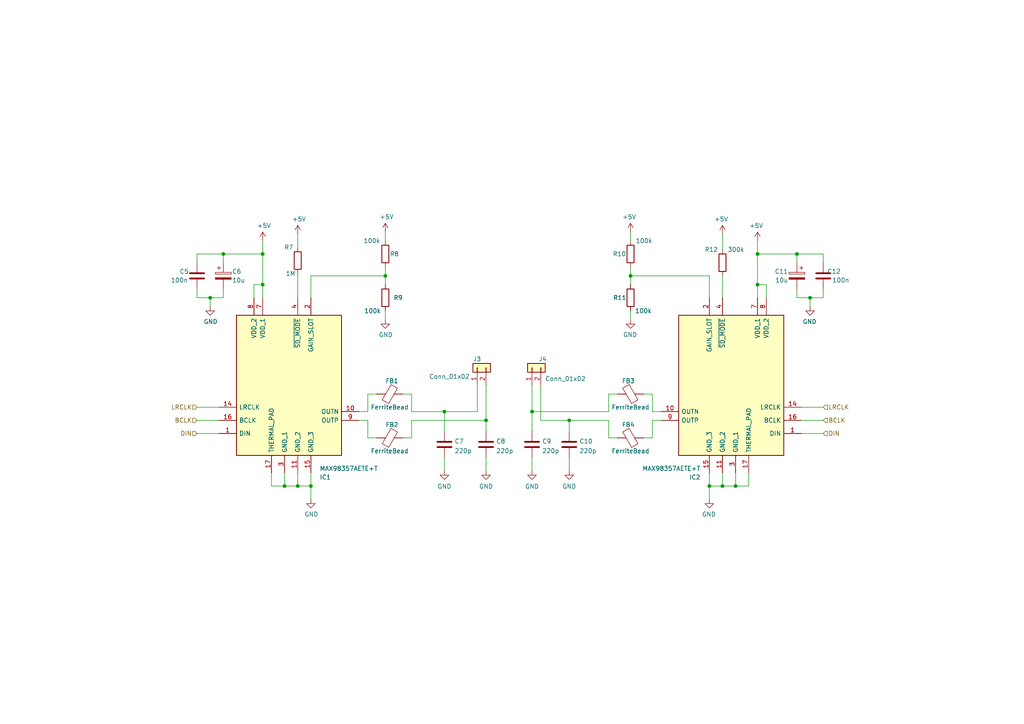
<source format=kicad_sch>
(kicad_sch (version 20211123) (generator eeschema)
  (paper "A4")
  (lib_symbols
    (symbol "Connector_Generic:Conn_01x02" (pin_names (offset 1.016) hide)
      (property "Reference" "J" (at 0 2.54 0))
      (property "Value" "Conn_01x02" (at 0 -5.08 0))
      (symbol "Conn_01x02_1_1"
        (rectangle (start -1.27 -2.413) (end 0 -2.667) (stroke (width 0.1524)))
        (rectangle (start -1.27 0.127) (end 0 -0.127) (stroke (width 0.1524)))
        (rectangle (start -1.27 1.27) (end 1.27 -3.81) (stroke (width 0.254)) (fill (type background)))
        (pin passive line (at -5.08 0 0) (length 3.81) (name "Pin_1") (number "1"))
        (pin passive line (at -5.08 -2.54 0) (length 3.81) (name "Pin_2") (number "2"))
      )
    )
    (symbol "Device:C" (pin_numbers hide) (pin_names (offset 0.254))
      (property "Reference" "C" (at 0.635 2.54 0))
      (property "Value" "C" (at 0.635 -2.54 0))
      (symbol "C_0_1"
        (polyline (pts (xy -2.032 -0.762) (xy 2.032 -0.762)) (stroke (width 0.508)))
        (polyline (pts (xy -2.032 0.762) (xy 2.032 0.762)) (stroke (width 0.508)))
      )
      (symbol "C_1_1"
        (pin passive line (at 0 3.81 270) (length 2.794) (name "~") (number "1"))
        (pin passive line (at 0 -3.81 90) (length 2.794) (name "~") (number "2"))
      )
    )
    (symbol "Device:C_Polarized" (pin_numbers hide) (pin_names (offset 0.254))
      (property "Reference" "C" (at 0.635 2.54 0))
      (property "Value" "C_Polarized" (at 0.635 -2.54 0))
      (symbol "C_Polarized_0_1"
        (rectangle (start -2.286 0.508) (end 2.286 1.016))
        (polyline (pts (xy -1.778 2.286) (xy -0.762 2.286)))
        (polyline (pts (xy -1.27 2.794) (xy -1.27 1.778)))
        (rectangle (start 2.286 -0.508) (end -2.286 -1.016) (fill (type outline)))
      )
      (symbol "C_Polarized_1_1"
        (pin passive line (at 0 3.81 270) (length 2.794) (name "~") (number "1"))
        (pin passive line (at 0 -3.81 90) (length 2.794) (name "~") (number "2"))
      )
    )
    (symbol "Device:FerriteBead" (pin_numbers hide) (pin_names (offset 0))
      (property "Reference" "FB" (at -3.81 0.635 90))
      (property "Value" "FerriteBead" (at 3.81 0 90))
      (symbol "FerriteBead_0_1"
        (polyline (pts (xy 0 -1.27) (xy 0 -1.2192)))
        (polyline (pts (xy 0 1.27) (xy 0 1.2954)))
        (polyline (pts (xy -2.7686 0.4064) (xy -1.7018 2.2606) (xy 2.7686 -0.3048) (xy 1.6764 -2.159) (xy -2.7686 0.4064)))
      )
      (symbol "FerriteBead_1_1"
        (pin passive line (at 0 3.81 270) (length 2.54) (name "~") (number "1"))
        (pin passive line (at 0 -3.81 90) (length 2.54) (name "~") (number "2"))
      )
    )
    (symbol "Device:R" (pin_numbers hide) (pin_names (offset 0))
      (property "Reference" "R" (at 2.032 0 90))
      (property "Value" "R" (at 0 0 90))
      (symbol "R_0_1"
        (rectangle (start -1.016 -2.54) (end 1.016 2.54) (stroke (width 0.254)))
      )
      (symbol "R_1_1"
        (pin passive line (at 0 3.81 270) (length 1.27) (name "~") (number "1"))
        (pin passive line (at 0 -3.81 90) (length 1.27) (name "~") (number "2"))
      )
    )
    (symbol "Esp_Console:MAX98357A" (pin_names (offset 0.762))
      (property "Reference" "IC" (at 36.83 25.4 0))
      (property "Value" "MAX98357A" (at 36.83 22.86 0))
      (symbol "MAX98357A_0_0"
        (pin passive line (at 0 -13.97 0) (length 5.08) (name "DIN") (number "1"))
        (pin passive line (at 40.64 -7.62 180) (length 5.08) (name "OUTN") (number "10"))
        (pin passive line (at 22.86 -25.4 90) (length 5.08) (name "GND_2") (number "11"))
        (pin no_connect line (at 40.64 11.43 180) (length 5.08) hide (name "N.C._3") (number "12"))
        (pin no_connect line (at 40.64 13.97 180) (length 5.08) hide (name "N.C._4") (number "13"))
        (pin passive line (at 0 -6.35 0) (length 5.08) (name "LRCLK") (number "14"))
        (pin passive line (at 26.67 -25.4 90) (length 5.08) (name "GND_3") (number "15"))
        (pin passive line (at 0 -10.16 0) (length 5.08) (name "BCLK") (number "16"))
        (pin passive line (at 15.24 -25.4 90) (length 5.08) (name "THERMAL_PAD") (number "17"))
        (pin passive line (at 26.67 25.4 270) (length 5.08) (name "GAIN_SLOT") (number "2"))
        (pin passive line (at 19.05 -25.4 90) (length 5.08) (name "GND_1") (number "3"))
        (pin passive line (at 22.86 25.4 270) (length 5.08) (name "~{SD_MODE}") (number "4"))
        (pin no_connect line (at 40.64 6.35 180) (length 5.08) hide (name "eN.C._1") (number "5"))
        (pin no_connect line (at 40.64 8.89 180) (length 5.08) hide (name "N.C._2") (number "6"))
        (pin passive line (at 12.7 25.4 270) (length 5.08) (name "VDD_1") (number "7"))
        (pin passive line (at 10.16 25.4 270) (length 5.08) (name "VDD_2") (number "8"))
        (pin passive line (at 40.64 -10.16 180) (length 5.08) (name "OUTP") (number "9"))
      )
      (symbol "MAX98357A_0_1"
        (polyline (pts (xy 5.08 20.32) (xy 35.56 20.32) (xy 35.56 -20.32) (xy 5.08 -20.32) (xy 5.08 20.32)) (stroke (width 0.254)) (fill (type background)))
      )
    )
    (symbol "power:+5V" (power) (pin_names (offset 0))
      (property "Value" "+5V" (at 0 3.556 0))
      (symbol "+5V_0_1"
        (polyline (pts (xy -0.762 1.27) (xy 0 2.54)))
        (polyline (pts (xy 0 0) (xy 0 2.54)))
        (polyline (pts (xy 0 2.54) (xy 0.762 1.27)))
      )
      (symbol "+5V_1_1"
        (pin power_in line (at 0 0 90) (length 0) hide (name "+5V") (number "1"))
      )
    )
    (symbol "power:GND" (power) (pin_names (offset 0))
      (property "Value" "GND" (at 0 -3.81 0))
      (symbol "GND_0_1"
        (polyline (pts (xy 0 0) (xy 0 -1.27) (xy 1.27 -1.27) (xy 0 -2.54) (xy -1.27 -1.27) (xy 0 -1.27)))
      )
      (symbol "GND_1_1"
        (pin power_in line (at 0 0 270) (length 0) hide (name "GND") (number "1"))
      )
    )
  )
  (junction (at 140.97 121.92))
  (junction (at 234.95 86.36))
  (junction (at 231.14 73.66))
  (junction (at 154.305 119.38))
  (junction (at 205.74 140.97))
  (junction (at 64.77 73.66))
  (junction (at 111.76 80.01))
  (junction (at 86.36 140.97))
  (junction (at 165.1 121.92))
  (junction (at 90.17 140.97))
  (junction (at 182.88 80.01))
  (junction (at 60.96 86.36))
  (junction (at 219.71 82.55))
  (junction (at 219.71 73.66))
  (junction (at 82.55 140.97))
  (junction (at 213.36 140.97))
  (junction (at 76.2 73.66))
  (junction (at 76.2 82.55))
  (junction (at 209.55 140.97))
  (junction (at 128.905 119.38))
  (wire (pts (xy 76.2 73.66) (xy 64.77 73.66)))
  (wire (pts (xy 231.14 76.2) (xy 231.14 73.66)))
  (wire (pts (xy 76.2 82.55) (xy 76.2 73.66)))
  (wire (pts (xy 138.43 111.76) (xy 138.43 119.38)))
  (wire (pts (xy 111.76 80.01) (xy 111.76 82.55)))
  (wire (pts (xy 222.25 86.36) (xy 222.25 82.55)))
  (wire (pts (xy 156.845 111.76) (xy 156.845 121.92)))
  (wire (pts (xy 232.41 121.92) (xy 238.76 121.92)))
  (wire (pts (xy 119.38 121.92) (xy 140.97 121.92)))
  (wire (pts (xy 219.71 69.85) (xy 219.71 73.66)))
  (wire (pts (xy 106.68 114.3) (xy 109.22 114.3)))
  (wire (pts (xy 86.36 140.97) (xy 90.17 140.97)))
  (wire (pts (xy 140.97 132.715) (xy 140.97 136.525)))
  (wire (pts (xy 176.53 114.3) (xy 176.53 119.38)))
  (wire (pts (xy 182.88 77.47) (xy 182.88 80.01)))
  (wire (pts (xy 231.14 86.36) (xy 231.14 83.82)))
  (wire (pts (xy 219.71 82.55) (xy 219.71 86.36)))
  (wire (pts (xy 119.38 121.92) (xy 119.38 127)))
  (wire (pts (xy 106.68 127) (xy 106.68 121.92)))
  (wire (pts (xy 78.74 137.16) (xy 78.74 140.97)))
  (wire (pts (xy 76.2 82.55) (xy 76.2 86.36)))
  (wire (pts (xy 78.74 140.97) (xy 82.55 140.97)))
  (wire (pts (xy 111.76 92.71) (xy 111.76 90.17)))
  (wire (pts (xy 182.88 69.85) (xy 182.88 67.31)))
  (wire (pts (xy 106.68 121.92) (xy 104.14 121.92)))
  (wire (pts (xy 189.23 119.38) (xy 189.23 114.3)))
  (wire (pts (xy 116.84 114.3) (xy 119.38 114.3)))
  (wire (pts (xy 140.97 111.76) (xy 140.97 121.92)))
  (wire (pts (xy 189.23 114.3) (xy 186.69 114.3)))
  (wire (pts (xy 57.15 86.36) (xy 60.96 86.36)))
  (wire (pts (xy 154.305 132.715) (xy 154.305 136.525)))
  (wire (pts (xy 238.76 83.82) (xy 238.76 86.36)))
  (wire (pts (xy 222.25 82.55) (xy 219.71 82.55)))
  (wire (pts (xy 176.53 127) (xy 179.07 127)))
  (wire (pts (xy 57.15 73.66) (xy 64.77 73.66)))
  (wire (pts (xy 90.17 80.01) (xy 90.17 86.36)))
  (wire (pts (xy 60.96 88.9) (xy 60.96 86.36)))
  (wire (pts (xy 176.53 121.92) (xy 176.53 127)))
  (wire (pts (xy 154.305 119.38) (xy 176.53 119.38)))
  (wire (pts (xy 205.74 140.97) (xy 205.74 144.78)))
  (wire (pts (xy 76.2 69.85) (xy 76.2 73.66)))
  (wire (pts (xy 219.71 73.66) (xy 231.14 73.66)))
  (wire (pts (xy 128.905 132.715) (xy 128.905 136.525)))
  (wire (pts (xy 82.55 140.97) (xy 86.36 140.97)))
  (wire (pts (xy 90.17 80.01) (xy 111.76 80.01)))
  (wire (pts (xy 104.14 119.38) (xy 106.68 119.38)))
  (wire (pts (xy 57.15 83.82) (xy 57.15 86.36)))
  (wire (pts (xy 90.17 140.97) (xy 90.17 137.16)))
  (wire (pts (xy 57.15 73.66) (xy 57.15 76.2)))
  (wire (pts (xy 234.95 88.9) (xy 234.95 86.36)))
  (wire (pts (xy 154.305 119.38) (xy 154.305 125.095)))
  (wire (pts (xy 60.96 86.36) (xy 64.77 86.36)))
  (wire (pts (xy 209.55 67.945) (xy 209.55 72.39)))
  (wire (pts (xy 165.1 132.715) (xy 165.1 136.525)))
  (wire (pts (xy 186.69 127) (xy 189.23 127)))
  (wire (pts (xy 232.41 118.11) (xy 238.76 118.11)))
  (wire (pts (xy 179.07 114.3) (xy 176.53 114.3)))
  (wire (pts (xy 86.36 79.375) (xy 86.36 86.36)))
  (wire (pts (xy 182.88 80.01) (xy 182.88 82.55)))
  (wire (pts (xy 140.97 121.92) (xy 140.97 125.095)))
  (wire (pts (xy 73.66 86.36) (xy 73.66 82.55)))
  (wire (pts (xy 209.55 137.16) (xy 209.55 140.97)))
  (wire (pts (xy 64.77 86.36) (xy 64.77 83.82)))
  (wire (pts (xy 217.17 140.97) (xy 213.36 140.97)))
  (wire (pts (xy 156.845 121.92) (xy 165.1 121.92)))
  (wire (pts (xy 86.36 67.945) (xy 86.36 71.755)))
  (wire (pts (xy 128.905 119.38) (xy 138.43 119.38)))
  (wire (pts (xy 213.36 137.16) (xy 213.36 140.97)))
  (wire (pts (xy 189.23 121.92) (xy 191.77 121.92)))
  (wire (pts (xy 182.88 80.01) (xy 205.74 80.01)))
  (wire (pts (xy 154.305 111.76) (xy 154.305 119.38)))
  (wire (pts (xy 217.17 137.16) (xy 217.17 140.97)))
  (wire (pts (xy 205.74 80.01) (xy 205.74 86.36)))
  (wire (pts (xy 63.5 121.92) (xy 57.15 121.92)))
  (wire (pts (xy 189.23 127) (xy 189.23 121.92)))
  (wire (pts (xy 106.68 119.38) (xy 106.68 114.3)))
  (wire (pts (xy 219.71 82.55) (xy 219.71 73.66)))
  (wire (pts (xy 128.905 119.38) (xy 128.905 125.095)))
  (wire (pts (xy 119.38 114.3) (xy 119.38 119.38)))
  (wire (pts (xy 234.95 86.36) (xy 231.14 86.36)))
  (wire (pts (xy 119.38 127) (xy 116.84 127)))
  (wire (pts (xy 73.66 82.55) (xy 76.2 82.55)))
  (wire (pts (xy 182.88 92.71) (xy 182.88 90.17)))
  (wire (pts (xy 119.38 119.38) (xy 128.905 119.38)))
  (wire (pts (xy 86.36 137.16) (xy 86.36 140.97)))
  (wire (pts (xy 165.1 121.92) (xy 165.1 125.095)))
  (wire (pts (xy 57.15 118.11) (xy 63.5 118.11)))
  (wire (pts (xy 238.76 86.36) (xy 234.95 86.36)))
  (wire (pts (xy 191.77 119.38) (xy 189.23 119.38)))
  (wire (pts (xy 238.76 73.66) (xy 238.76 76.2)))
  (wire (pts (xy 213.36 140.97) (xy 209.55 140.97)))
  (wire (pts (xy 64.77 76.2) (xy 64.77 73.66)))
  (wire (pts (xy 82.55 137.16) (xy 82.55 140.97)))
  (wire (pts (xy 205.74 140.97) (xy 205.74 137.16)))
  (wire (pts (xy 109.22 127) (xy 106.68 127)))
  (wire (pts (xy 209.55 140.97) (xy 205.74 140.97)))
  (wire (pts (xy 238.76 73.66) (xy 231.14 73.66)))
  (wire (pts (xy 209.55 80.01) (xy 209.55 86.36)))
  (wire (pts (xy 165.1 121.92) (xy 176.53 121.92)))
  (wire (pts (xy 90.17 140.97) (xy 90.17 144.78)))
  (wire (pts (xy 238.76 125.73) (xy 232.41 125.73)))
  (wire (pts (xy 111.76 69.85) (xy 111.76 67.31)))
  (wire (pts (xy 57.15 125.73) (xy 63.5 125.73)))
  (wire (pts (xy 111.76 77.47) (xy 111.76 80.01)))
  (hierarchical_label "LRCLK" (shape input) (at 238.76 118.11 0))
  (hierarchical_label "BCLK" (shape input) (at 238.76 121.92 0))
  (hierarchical_label "DIN" (shape input) (at 238.76 125.73 0))
  (hierarchical_label "DIN" (shape input) (at 57.15 125.73 180))
  (hierarchical_label "LRCLK" (shape input) (at 57.15 118.11 180))
  (hierarchical_label "BCLK" (shape input) (at 57.15 121.92 180))
  (symbol (lib_id "Esp_Console:MAX98357A") (at 232.41 111.76 0) (mirror y) (unit 1)
    (property "Reference" "IC2" (at 203.2 138.43 0) (effects (justify left)))
    (property "Value" "MAX98357AETE+T" (at 203.2 135.89 0) (effects (justify left)))
    (property "Footprint" "Esp_Console:MAX98357A" (effects hide))
    (property "Datasheet" "https://datasheets.maximintegrated.com/en/ds/MAX98357A-MAX98357B.pdf" (effects hide))
    (property "Description" "Audio Amplifiers Digital Input Class D Amplifier" (effects hide))
    (property "Height" "0.8" (effects hide))
    (property "Manufacturer_Name" "Maxim Integrated" (effects hide))
    (property "Manufacturer_Part_Number" "MAX98357AETE+T" (effects hide))
    (property "Mouser Part Number" "700-MAX98357AETE+T" (effects hide))
    (property "Mouser Price/Stock" "https://www.mouser.co.uk/ProductDetail/Maxim-Integrated/MAX98357AETE%2bT?qs=AAveGqk956HhNpoJjF5x2g%3D%3D" (effects hide))
  )
  (symbol (lib_id "Device:C") (at 238.76 80.01 0) (mirror y) (unit 1)
    (property "Reference" "C12" (at 243.84 78.74 0) (effects (justify left)))
    (property "Value" "100n" (at 246.38 81.28 0) (effects (justify left)))
    (property "Footprint" "Capacitor_SMD:C_0805_2012Metric_Pad1.18x1.45mm_HandSolder" (effects hide))
  )
  (symbol (lib_id "Device:C_Polarized") (at 231.14 80.01 0) (mirror y) (unit 1)
    (property "Reference" "C11" (at 228.6 78.74 0) (effects (justify left)))
    (property "Value" "10u" (at 228.6 81.28 0) (effects (justify left)))
    (property "Footprint" "Capacitor_Tantalum_SMD:CP_EIA-3528-21_Kemet-B_Pad1.50x2.35mm_HandSolder" (effects hide))
  )
  (symbol (lib_id "power:GND") (at 234.95 88.9 0) (mirror y) (unit 1)
    (property "Reference" "#PWR032" (effects hide))
    (property "Value" "GND" (at 234.823 93.2942 0))
  )
  (symbol (lib_id "power:+5V") (at 219.71 69.85 0) (mirror y) (unit 1)
    (property "Reference" "#PWR031" (effects hide))
    (property "Value" "+5V" (at 219.329 65.4558 0))
  )
  (symbol (lib_id "power:GND") (at 205.74 144.78 0) (mirror y) (unit 1)
    (property "Reference" "#PWR029" (effects hide))
    (property "Value" "GND" (at 205.613 149.1742 0))
  )
  (symbol (lib_id "Device:R") (at 182.88 73.66 0) (mirror y) (unit 1)
    (property "Reference" "R10" (at 181.61 73.66 0) (effects (justify left)))
    (property "Value" "100k" (at 189.23 69.85 0) (effects (justify left)))
    (property "Footprint" "Resistor_SMD:R_0805_2012Metric_Pad1.20x1.40mm_HandSolder" (effects hide))
  )
  (symbol (lib_id "Device:R") (at 182.88 86.36 0) (mirror x) (unit 1)
    (property "Reference" "R11" (at 177.8 86.36 0) (effects (justify left)))
    (property "Value" "100k" (at 184.15 90.17 0) (effects (justify left)))
    (property "Footprint" "Resistor_SMD:R_0805_2012Metric_Pad1.20x1.40mm_HandSolder" (effects hide))
  )
  (symbol (lib_id "power:GND") (at 182.88 92.71 0) (mirror y) (unit 1)
    (property "Reference" "#PWR028" (effects hide))
    (property "Value" "GND" (at 182.753 97.1042 0))
  )
  (symbol (lib_id "power:+5V") (at 182.88 67.31 0) (mirror y) (unit 1)
    (property "Reference" "#PWR027" (effects hide))
    (property "Value" "+5V" (at 182.499 62.9158 0))
  )
  (symbol (lib_id "power:+5V") (at 209.55 67.945 0) (mirror y) (unit 1)
    (property "Reference" "#PWR030" (effects hide))
    (property "Value" "+5V" (at 209.169 63.5508 0))
  )
  (symbol (lib_id "Device:FerriteBead") (at 182.88 114.3 90) (mirror x) (unit 1)
    (property "Reference" "FB3" (at 182.245 110.49 90))
    (property "Value" "FerriteBead" (at 182.88 118.11 90))
    (property "Footprint" "Inductor_SMD:L_0805_2012Metric" (effects hide))
  )
  (symbol (lib_id "Device:FerriteBead") (at 182.88 127 90) (mirror x) (unit 1)
    (property "Reference" "FB4" (at 182.245 123.19 90))
    (property "Value" "FerriteBead" (at 182.88 130.81 90))
    (property "Footprint" "Inductor_SMD:L_0805_2012Metric" (effects hide))
  )
  (symbol (lib_id "Device:R") (at 111.76 86.36 180) (unit 1)
    (property "Reference" "R9" (at 116.84 86.36 0) (effects (justify left)))
    (property "Value" "100k" (at 110.49 90.17 0) (effects (justify left)))
    (property "Footprint" "Resistor_SMD:R_0805_2012Metric_Pad1.20x1.40mm_HandSolder" (effects hide))
  )
  (symbol (lib_id "power:GND") (at 154.305 136.525 0) (unit 1)
    (property "Reference" "#PWR025" (effects hide))
    (property "Value" "GND" (at 154.305 141.0875 0))
  )
  (symbol (lib_id "power:GND") (at 128.905 136.525 0) (unit 1)
    (property "Reference" "#PWR023" (effects hide))
    (property "Value" "GND" (at 128.905 141.0875 0))
  )
  (symbol (lib_id "Device:C_Polarized") (at 64.77 80.01 0) (unit 1)
    (property "Reference" "C6" (at 67.31 78.74 0) (effects (justify left)))
    (property "Value" "10u" (at 67.31 81.28 0) (effects (justify left)))
    (property "Footprint" "Capacitor_Tantalum_SMD:CP_EIA-3528-21_Kemet-B_Pad1.50x2.35mm_HandSolder" (effects hide))
  )
  (symbol (lib_id "power:GND") (at 90.17 144.78 0) (unit 1)
    (property "Reference" "#PWR020" (effects hide))
    (property "Value" "GND" (at 90.297 149.1742 0))
  )
  (symbol (lib_id "power:+5V") (at 111.76 67.31 0) (unit 1)
    (property "Reference" "#PWR021" (effects hide))
    (property "Value" "+5V" (at 112.141 62.9158 0))
  )
  (symbol (lib_id "Device:C") (at 128.905 128.905 0) (unit 1)
    (property "Reference" "C7" (at 131.826 127.9965 0) (effects (justify left)))
    (property "Value" "220p" (at 131.826 130.7716 0) (effects (justify left)))
    (property "Footprint" "Capacitor_SMD:C_0805_2012Metric_Pad1.18x1.45mm_HandSolder" (effects hide))
  )
  (symbol (lib_id "Device:C") (at 154.305 128.905 0) (unit 1)
    (property "Reference" "C9" (at 157.226 127.9965 0) (effects (justify left)))
    (property "Value" "220p" (at 157.226 130.7716 0) (effects (justify left)))
    (property "Footprint" "Capacitor_SMD:C_0805_2012Metric_Pad1.18x1.45mm_HandSolder" (effects hide))
  )
  (symbol (lib_id "Connector_Generic:Conn_01x02") (at 138.43 106.68 90) (unit 1)
    (property "Reference" "J3" (at 137.16 104.14 90) (effects (justify right)))
    (property "Value" "Conn_01x02" (at 124.46 109.22 90) (effects (justify right)))
    (property "Footprint" "Connector_JST:JST_EH_B2B-EH-A_1x02_P2.50mm_Vertical" (effects hide))
  )
  (symbol (lib_id "Device:FerriteBead") (at 113.03 127 270) (unit 1)
    (property "Reference" "FB2" (at 113.665 123.19 90))
    (property "Value" "FerriteBead" (at 113.03 130.81 90))
    (property "Footprint" "Inductor_SMD:L_0805_2012Metric" (effects hide))
  )
  (symbol (lib_id "Device:C") (at 165.1 128.905 0) (unit 1)
    (property "Reference" "C10" (at 168.021 127.9965 0) (effects (justify left)))
    (property "Value" "220p" (at 168.021 130.7716 0) (effects (justify left)))
    (property "Footprint" "Capacitor_SMD:C_0805_2012Metric_Pad1.18x1.45mm_HandSolder" (effects hide))
  )
  (symbol (lib_id "Esp_Console:MAX98357A") (at 63.5 111.76 0) (unit 1)
    (property "Reference" "IC1" (at 92.71 138.43 0) (effects (justify left)))
    (property "Value" "MAX98357AETE+T" (at 92.71 135.89 0) (effects (justify left)))
    (property "Footprint" "Esp_Console:MAX98357A" (effects hide))
    (property "Datasheet" "https://datasheets.maximintegrated.com/en/ds/MAX98357A-MAX98357B.pdf" (effects hide))
    (property "Description" "Audio Amplifiers Digital Input Class D Amplifier" (effects hide))
    (property "Height" "0.8" (effects hide))
    (property "Manufacturer_Name" "Maxim Integrated" (effects hide))
    (property "Manufacturer_Part_Number" "MAX98357AETE+T" (effects hide))
    (property "Mouser Part Number" "700-MAX98357AETE+T" (effects hide))
    (property "Mouser Price/Stock" "https://www.mouser.co.uk/ProductDetail/Maxim-Integrated/MAX98357AETE%2bT?qs=AAveGqk956HhNpoJjF5x2g%3D%3D" (effects hide))
  )
  (symbol (lib_id "power:GND") (at 140.97 136.525 0) (unit 1)
    (property "Reference" "#PWR024" (effects hide))
    (property "Value" "GND" (at 140.97 141.0875 0))
  )
  (symbol (lib_id "Device:C") (at 57.15 80.01 0) (unit 1)
    (property "Reference" "C5" (at 52.07 78.74 0) (effects (justify left)))
    (property "Value" "100n" (at 49.53 81.28 0) (effects (justify left)))
    (property "Footprint" "Capacitor_SMD:C_0805_2012Metric_Pad1.18x1.45mm_HandSolder" (effects hide))
  )
  (symbol (lib_id "Device:R") (at 111.76 73.66 0) (unit 1)
    (property "Reference" "R8" (at 113.03 73.66 0) (effects (justify left)))
    (property "Value" "100k" (at 105.41 69.85 0) (effects (justify left)))
    (property "Footprint" "Resistor_SMD:R_0805_2012Metric_Pad1.20x1.40mm_HandSolder" (effects hide))
  )
  (symbol (lib_id "Device:R") (at 209.55 76.2 0) (mirror y) (unit 1)
    (property "Reference" "R12" (at 208.28 72.39 0) (effects (justify left)))
    (property "Value" "300k" (at 215.9 72.39 0) (effects (justify left)))
    (property "Footprint" "Resistor_SMD:R_0805_2012Metric_Pad1.20x1.40mm_HandSolder" (effects hide))
  )
  (symbol (lib_id "Device:C") (at 140.97 128.905 0) (unit 1)
    (property "Reference" "C8" (at 143.891 127.9965 0) (effects (justify left)))
    (property "Value" "220p" (at 143.891 130.7716 0) (effects (justify left)))
    (property "Footprint" "Capacitor_SMD:C_0805_2012Metric_Pad1.18x1.45mm_HandSolder" (effects hide))
  )
  (symbol (lib_id "power:GND") (at 165.1 136.525 0) (unit 1)
    (property "Reference" "#PWR026" (effects hide))
    (property "Value" "GND" (at 165.1 141.0875 0))
  )
  (symbol (lib_id "Device:R") (at 86.36 75.565 180) (unit 1)
    (property "Reference" "R7" (at 85.09 71.755 0) (effects (justify left)))
    (property "Value" "1M" (at 85.725 79.375 0) (effects (justify left)))
    (property "Footprint" "Resistor_SMD:R_0805_2012Metric_Pad1.20x1.40mm_HandSolder" (effects hide))
  )
  (symbol (lib_id "power:GND") (at 111.76 92.71 0) (unit 1)
    (property "Reference" "#PWR022" (effects hide))
    (property "Value" "GND" (at 111.887 97.1042 0))
  )
  (symbol (lib_id "power:+5V") (at 76.2 69.85 0) (unit 1)
    (property "Reference" "#PWR018" (effects hide))
    (property "Value" "+5V" (at 76.581 65.4558 0))
  )
  (symbol (lib_id "Connector_Generic:Conn_01x02") (at 154.305 106.68 90) (unit 1)
    (property "Reference" "J4" (at 156.21 104.14 90) (effects (justify right)))
    (property "Value" "Conn_01x02" (at 158.115 109.855 90) (effects (justify right)))
    (property "Footprint" "Connector_JST:JST_EH_B2B-EH-A_1x02_P2.50mm_Vertical" (effects hide))
  )
  (symbol (lib_id "power:+5V") (at 86.36 67.945 0) (unit 1)
    (property "Reference" "#PWR019" (effects hide))
    (property "Value" "+5V" (at 86.741 63.5508 0))
  )
  (symbol (lib_id "power:GND") (at 60.96 88.9 0) (unit 1)
    (property "Reference" "#PWR017" (effects hide))
    (property "Value" "GND" (at 61.087 93.2942 0))
  )
  (symbol (lib_id "Device:FerriteBead") (at 113.03 114.3 270) (unit 1)
    (property "Reference" "FB1" (at 113.665 110.49 90))
    (property "Value" "FerriteBead" (at 113.03 118.11 90))
    (property "Footprint" "Inductor_SMD:L_0805_2012Metric" (effects hide))
  )
)
</source>
